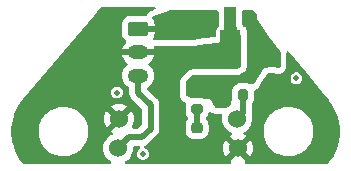
<source format=gbr>
%TF.GenerationSoftware,KiCad,Pcbnew,(6.0.11)*%
%TF.CreationDate,2023-01-29T21:23:29-06:00*%
%TF.ProjectId,Tap_Photosensor_PCB,5461705f-5068-46f7-946f-73656e736f72,rev?*%
%TF.SameCoordinates,Original*%
%TF.FileFunction,Copper,L1,Top*%
%TF.FilePolarity,Positive*%
%FSLAX46Y46*%
G04 Gerber Fmt 4.6, Leading zero omitted, Abs format (unit mm)*
G04 Created by KiCad (PCBNEW (6.0.11)) date 2023-01-29 21:23:29*
%MOMM*%
%LPD*%
G01*
G04 APERTURE LIST*
G04 Aperture macros list*
%AMRoundRect*
0 Rectangle with rounded corners*
0 $1 Rounding radius*
0 $2 $3 $4 $5 $6 $7 $8 $9 X,Y pos of 4 corners*
0 Add a 4 corners polygon primitive as box body*
4,1,4,$2,$3,$4,$5,$6,$7,$8,$9,$2,$3,0*
0 Add four circle primitives for the rounded corners*
1,1,$1+$1,$2,$3*
1,1,$1+$1,$4,$5*
1,1,$1+$1,$6,$7*
1,1,$1+$1,$8,$9*
0 Add four rect primitives between the rounded corners*
20,1,$1+$1,$2,$3,$4,$5,0*
20,1,$1+$1,$4,$5,$6,$7,0*
20,1,$1+$1,$6,$7,$8,$9,0*
20,1,$1+$1,$8,$9,$2,$3,0*%
%AMFreePoly0*
4,1,9,3.862500,-0.866500,0.737500,-0.866500,0.737500,-0.450000,-0.737500,-0.450000,-0.737500,0.450000,0.737500,0.450000,0.737500,0.866500,3.862500,0.866500,3.862500,-0.866500,3.862500,-0.866500,$1*%
G04 Aperture macros list end*
%TA.AperFunction,SMDPad,CuDef*%
%ADD10R,1.200000X0.900000*%
%TD*%
%TA.AperFunction,SMDPad,CuDef*%
%ADD11RoundRect,0.218750X0.256250X-0.218750X0.256250X0.218750X-0.256250X0.218750X-0.256250X-0.218750X0*%
%TD*%
%TA.AperFunction,ComponentPad*%
%ADD12RoundRect,0.250000X-0.625000X0.350000X-0.625000X-0.350000X0.625000X-0.350000X0.625000X0.350000X0*%
%TD*%
%TA.AperFunction,ComponentPad*%
%ADD13O,1.750000X1.200000*%
%TD*%
%TA.AperFunction,SMDPad,CuDef*%
%ADD14RoundRect,0.225000X-0.250000X0.225000X-0.250000X-0.225000X0.250000X-0.225000X0.250000X0.225000X0*%
%TD*%
%TA.AperFunction,SMDPad,CuDef*%
%ADD15R,0.900000X1.300000*%
%TD*%
%TA.AperFunction,SMDPad,CuDef*%
%ADD16FreePoly0,270.000000*%
%TD*%
%TA.AperFunction,SMDPad,CuDef*%
%ADD17C,0.500000*%
%TD*%
%TA.AperFunction,ComponentPad*%
%ADD18C,1.524000*%
%TD*%
%TA.AperFunction,SMDPad,CuDef*%
%ADD19RoundRect,0.200000X-0.275000X0.200000X-0.275000X-0.200000X0.275000X-0.200000X0.275000X0.200000X0*%
%TD*%
%TA.AperFunction,SMDPad,CuDef*%
%ADD20RoundRect,0.200000X-0.200000X-0.275000X0.200000X-0.275000X0.200000X0.275000X-0.200000X0.275000X0*%
%TD*%
%TA.AperFunction,ViaPad*%
%ADD21C,0.800000*%
%TD*%
%TA.AperFunction,Conductor*%
%ADD22C,0.500000*%
%TD*%
G04 APERTURE END LIST*
D10*
%TO.P,D1,1,K*%
%TO.N,Vin*%
X111750000Y-56600000D03*
%TO.P,D1,2,A*%
%TO.N,GND*%
X111750000Y-59900000D03*
%TD*%
D11*
%TO.P,D2,1,K*%
%TO.N,GND*%
X114186250Y-66787500D03*
%TO.P,D2,2,A*%
%TO.N,/current limit status led*%
X114186250Y-65212500D03*
%TD*%
D12*
%TO.P,J1,1,Pin_1*%
%TO.N,Vin*%
X109200000Y-56800000D03*
D13*
%TO.P,J1,2,Pin_2*%
%TO.N,GND*%
X109200000Y-58800000D03*
%TO.P,J1,3,Pin_3*%
%TO.N,SIG*%
X109200000Y-60800000D03*
%TD*%
D14*
%TO.P,C2,1*%
%TO.N,+5V*%
X120500000Y-59475000D03*
%TO.P,C2,2*%
%TO.N,GND*%
X120500000Y-61025000D03*
%TD*%
D15*
%TO.P,U1,1,OUT*%
%TO.N,+5V*%
X118500000Y-56100000D03*
D16*
%TO.P,U1,2,GND*%
%TO.N,GND*%
X117000000Y-56187500D03*
D15*
%TO.P,U1,3,IN*%
%TO.N,Vin*%
X115500000Y-56100000D03*
%TD*%
D17*
%TO.P,REF\u002A\u002A,*%
%TO.N,*%
X107400000Y-62200000D03*
%TD*%
D18*
%TO.P,U3,1,Anode*%
%TO.N,/current limit u3 led*%
X117580000Y-64420000D03*
%TO.P,U3,2,Cathode*%
%TO.N,GND*%
X117660000Y-66920000D03*
%TO.P,U3,3,Collector*%
%TO.N,SIG*%
X107500000Y-66920000D03*
%TO.P,U3,4,Emitter*%
%TO.N,GND*%
X107580000Y-64420000D03*
%TD*%
D19*
%TO.P,R3,1*%
%TO.N,+5V*%
X114186250Y-61925000D03*
%TO.P,R3,2*%
%TO.N,/current limit status led*%
X114186250Y-63575000D03*
%TD*%
D17*
%TO.P,REF\u002A\u002A,*%
%TO.N,*%
X109600000Y-67400000D03*
%TD*%
%TO.P,REF\u002A\u002A,*%
%TO.N,*%
X122600000Y-61000000D03*
%TD*%
D14*
%TO.P,C1,1*%
%TO.N,Vin*%
X113690000Y-57295000D03*
%TO.P,C1,2*%
%TO.N,GND*%
X113690000Y-58845000D03*
%TD*%
D20*
%TO.P,R5,1*%
%TO.N,+5V*%
X116425000Y-62400000D03*
%TO.P,R5,2*%
%TO.N,/current limit u3 led*%
X118075000Y-62400000D03*
%TD*%
D21*
%TO.N,GND*%
X105000000Y-57200000D03*
X111750000Y-64000000D03*
X115500000Y-64500000D03*
X115500000Y-66000000D03*
X106000000Y-61000000D03*
X119500000Y-62500000D03*
X111750000Y-61750000D03*
X105000000Y-61800000D03*
X111750000Y-66750000D03*
X107000000Y-61000000D03*
X106200000Y-62200000D03*
X115250000Y-59750000D03*
X124250000Y-62500000D03*
X105400000Y-60200000D03*
%TD*%
D22*
%TO.N,SIG*%
X109200000Y-60800000D02*
X109200000Y-62200000D01*
X110250000Y-65250000D02*
X109500000Y-66000000D01*
X109200000Y-62200000D02*
X110250000Y-63250000D01*
X108420000Y-66000000D02*
X107500000Y-66920000D01*
X109500000Y-66000000D02*
X108420000Y-66000000D01*
X110250000Y-63250000D02*
X110250000Y-65250000D01*
%TO.N,/current limit u3 led*%
X118075000Y-63925000D02*
X117580000Y-64420000D01*
X118075000Y-62400000D02*
X118075000Y-63925000D01*
%TO.N,/current limit status led*%
X114186250Y-63575000D02*
X114186250Y-65212500D01*
%TD*%
%TA.AperFunction,Conductor*%
%TO.N,Vin*%
G36*
X115942121Y-55270002D02*
G01*
X115988614Y-55323658D01*
X116000000Y-55376000D01*
X116000000Y-56576491D01*
X115979998Y-56644612D01*
X115949933Y-56677040D01*
X115901566Y-56713565D01*
X115840849Y-56811626D01*
X115819656Y-56925000D01*
X115819656Y-57401330D01*
X115799654Y-57469451D01*
X115745998Y-57515944D01*
X115705066Y-57526812D01*
X113255687Y-57749483D01*
X113244280Y-57750000D01*
X110571302Y-57750000D01*
X110503181Y-57729998D01*
X110456688Y-57676342D01*
X110446584Y-57606068D01*
X110464042Y-57557884D01*
X110512816Y-57478757D01*
X110518963Y-57465576D01*
X110570138Y-57311290D01*
X110573005Y-57297914D01*
X110582672Y-57203562D01*
X110583000Y-57197146D01*
X110583000Y-57072115D01*
X110578525Y-57056876D01*
X110577135Y-57055671D01*
X110569452Y-57054000D01*
X109072000Y-57054000D01*
X109003879Y-57033998D01*
X108957386Y-56980342D01*
X108946000Y-56928000D01*
X108946000Y-56672000D01*
X108966002Y-56603879D01*
X109019658Y-56557386D01*
X109072000Y-56546000D01*
X110564884Y-56546000D01*
X110580123Y-56541525D01*
X110581328Y-56540135D01*
X110582999Y-56532452D01*
X110582999Y-56402905D01*
X110582662Y-56396386D01*
X110572743Y-56300794D01*
X110569851Y-56287400D01*
X110518412Y-56133216D01*
X110512239Y-56120038D01*
X110426937Y-55982193D01*
X110417901Y-55970791D01*
X110412063Y-55964964D01*
X110377985Y-55902681D01*
X110382988Y-55831861D01*
X110425486Y-55774989D01*
X110477253Y-55752066D01*
X110487981Y-55750000D01*
X110500000Y-55750000D01*
X110511159Y-55745536D01*
X110511161Y-55745536D01*
X111727470Y-55259012D01*
X111774265Y-55250000D01*
X115874000Y-55250000D01*
X115942121Y-55270002D01*
G37*
%TD.AperFunction*%
%TD*%
%TA.AperFunction,Conductor*%
%TO.N,+5V*%
G36*
X119015931Y-55270002D02*
G01*
X119036905Y-55286905D01*
X119213095Y-55463095D01*
X119247121Y-55525407D01*
X119250000Y-55552190D01*
X119250000Y-56000000D01*
X119260347Y-56015521D01*
X119260348Y-56015523D01*
X120248486Y-57497729D01*
X120250000Y-57500000D01*
X120251701Y-57502126D01*
X120251703Y-57502129D01*
X121222389Y-58715486D01*
X121249325Y-58781175D01*
X121250000Y-58794198D01*
X121250000Y-59947810D01*
X121229998Y-60015931D01*
X121213095Y-60036905D01*
X121153699Y-60096301D01*
X121091387Y-60130327D01*
X121024937Y-60126799D01*
X120980273Y-60111985D01*
X120898124Y-60084737D01*
X120891288Y-60084037D01*
X120891285Y-60084036D01*
X120841203Y-60078905D01*
X120798207Y-60074500D01*
X120502300Y-60074500D01*
X120201794Y-60074501D01*
X120198550Y-60074838D01*
X120198542Y-60074838D01*
X120154120Y-60079447D01*
X120100628Y-60084997D01*
X119940148Y-60138537D01*
X119796289Y-60227560D01*
X119791116Y-60232742D01*
X119789289Y-60234190D01*
X119758764Y-60250000D01*
X119750000Y-60250000D01*
X119742525Y-60262459D01*
X119721964Y-60296727D01*
X119703093Y-60320919D01*
X119676769Y-60347289D01*
X119587997Y-60491303D01*
X119585693Y-60498250D01*
X119571091Y-60542272D01*
X119559542Y-60567429D01*
X119036704Y-61438826D01*
X118984505Y-61486949D01*
X118928660Y-61500000D01*
X118630440Y-61500000D01*
X118578591Y-61488838D01*
X118571880Y-61485808D01*
X118565383Y-61481873D01*
X118403594Y-61431171D01*
X118330993Y-61424500D01*
X118328095Y-61424500D01*
X118074336Y-61424501D01*
X117819008Y-61424501D01*
X117816150Y-61424764D01*
X117816141Y-61424764D01*
X117780757Y-61428015D01*
X117746406Y-61431171D01*
X117740028Y-61433170D01*
X117740027Y-61433170D01*
X117591866Y-61479601D01*
X117591864Y-61479602D01*
X117584617Y-61481873D01*
X117439592Y-61569703D01*
X117319703Y-61689592D01*
X117231873Y-61834617D01*
X117181171Y-61996406D01*
X117174500Y-62069007D01*
X117174500Y-62071905D01*
X117174501Y-62718058D01*
X117171368Y-62745982D01*
X117065172Y-63213245D01*
X117030570Y-63275239D01*
X116995555Y-63299516D01*
X116951320Y-63320143D01*
X116951317Y-63320145D01*
X116946339Y-63322466D01*
X116765380Y-63449174D01*
X116751459Y-63463095D01*
X116689147Y-63497121D01*
X116662364Y-63500000D01*
X115817433Y-63500000D01*
X115749312Y-63479998D01*
X115712595Y-63443892D01*
X115260049Y-62765074D01*
X115250000Y-62750000D01*
X114816690Y-62750000D01*
X114764841Y-62738838D01*
X114758132Y-62735809D01*
X114751633Y-62731873D01*
X114589844Y-62681171D01*
X114517243Y-62674500D01*
X114514345Y-62674500D01*
X114185392Y-62674501D01*
X113855258Y-62674501D01*
X113852400Y-62674764D01*
X113852391Y-62674764D01*
X113804445Y-62679169D01*
X113782656Y-62681171D01*
X113776278Y-62683170D01*
X113776277Y-62683170D01*
X113726496Y-62698770D01*
X113655511Y-62700054D01*
X113632468Y-62691234D01*
X113319650Y-62534825D01*
X113267667Y-62486471D01*
X113250000Y-62422128D01*
X113250000Y-61302190D01*
X113270002Y-61234069D01*
X113286905Y-61213095D01*
X113713095Y-60786905D01*
X113775407Y-60752879D01*
X113802190Y-60750000D01*
X117750000Y-60750000D01*
X117931348Y-60568652D01*
X117984944Y-60536851D01*
X118018222Y-60527080D01*
X118067907Y-60512492D01*
X118067909Y-60512491D01*
X118076553Y-60509953D01*
X118084131Y-60505083D01*
X118084133Y-60505082D01*
X118190048Y-60437015D01*
X118190051Y-60437013D01*
X118197628Y-60432143D01*
X118203529Y-60425333D01*
X118285974Y-60330186D01*
X118285975Y-60330184D01*
X118291877Y-60323373D01*
X118335995Y-60226769D01*
X118347922Y-60200654D01*
X118347923Y-60200651D01*
X118351665Y-60192457D01*
X118358863Y-60142393D01*
X118371508Y-60054447D01*
X118371508Y-60054442D01*
X118372147Y-60050000D01*
X118372147Y-56925000D01*
X118367000Y-56853039D01*
X118326453Y-56714947D01*
X118321582Y-56707367D01*
X118253515Y-56601452D01*
X118253513Y-56601449D01*
X118248643Y-56593872D01*
X118241833Y-56587971D01*
X118146686Y-56505526D01*
X118146684Y-56505525D01*
X118139873Y-56499623D01*
X118076441Y-56470654D01*
X118029304Y-56449127D01*
X117975649Y-56402634D01*
X117955647Y-56334514D01*
X117955647Y-55450000D01*
X117950997Y-55384989D01*
X117966088Y-55315615D01*
X118016290Y-55265413D01*
X118076676Y-55250000D01*
X118947810Y-55250000D01*
X119015931Y-55270002D01*
G37*
%TD.AperFunction*%
%TD*%
%TA.AperFunction,Conductor*%
%TO.N,GND*%
G36*
X110614006Y-54945502D02*
G01*
X110660499Y-54999158D01*
X110670603Y-55069432D01*
X110641109Y-55134012D01*
X110592680Y-55168488D01*
X110353993Y-55263962D01*
X110344862Y-55267213D01*
X110316332Y-55276150D01*
X110272581Y-55289854D01*
X110220814Y-55312777D01*
X110122205Y-55370575D01*
X110116502Y-55376288D01*
X110116499Y-55376290D01*
X110076293Y-55416565D01*
X110020553Y-55472400D01*
X110017868Y-55475994D01*
X110017863Y-55475999D01*
X109980748Y-55525668D01*
X109978055Y-55529272D01*
X109975903Y-55533222D01*
X109975900Y-55533226D01*
X109921102Y-55633789D01*
X109870943Y-55684035D01*
X109810462Y-55699500D01*
X108525134Y-55699500D01*
X108521888Y-55699837D01*
X108521884Y-55699837D01*
X108427339Y-55709647D01*
X108427335Y-55709648D01*
X108420481Y-55710359D01*
X108413945Y-55712540D01*
X108413943Y-55712540D01*
X108274860Y-55758942D01*
X108254471Y-55765744D01*
X108105655Y-55857834D01*
X107982016Y-55981689D01*
X107890186Y-56130666D01*
X107835090Y-56296772D01*
X107824500Y-56400134D01*
X107824500Y-57199866D01*
X107835359Y-57304519D01*
X107837540Y-57311055D01*
X107837540Y-57311057D01*
X107869141Y-57405776D01*
X107890744Y-57470529D01*
X107982834Y-57619345D01*
X108106689Y-57742984D01*
X108112921Y-57746825D01*
X108112923Y-57746827D01*
X108160392Y-57776087D01*
X108207886Y-57828858D01*
X108219310Y-57898930D01*
X108191037Y-57964054D01*
X108172112Y-57982431D01*
X108162147Y-57990259D01*
X108153494Y-57998499D01*
X108022788Y-58149123D01*
X108015853Y-58158847D01*
X107915990Y-58331467D01*
X107911016Y-58342331D01*
X107845593Y-58530727D01*
X107845352Y-58531716D01*
X107846820Y-58542008D01*
X107860385Y-58546000D01*
X110535402Y-58546000D01*
X110548933Y-58542027D01*
X110550288Y-58532601D01*
X110528806Y-58443463D01*
X110522965Y-58426500D01*
X110524500Y-58425972D01*
X110515605Y-58363357D01*
X110545208Y-58298826D01*
X110604999Y-58260544D01*
X110640292Y-58255500D01*
X113244280Y-58255500D01*
X113267167Y-58254982D01*
X113267811Y-58254953D01*
X113267835Y-58254952D01*
X113277846Y-58254498D01*
X113278574Y-58254465D01*
X113301453Y-58252907D01*
X113302100Y-58252848D01*
X113302115Y-58252847D01*
X113339320Y-58249464D01*
X113378376Y-58245914D01*
X113391793Y-58245649D01*
X113391793Y-58245500D01*
X113988206Y-58245499D01*
X113991450Y-58245162D01*
X113991458Y-58245162D01*
X114035880Y-58240553D01*
X114089372Y-58235003D01*
X114249852Y-58181463D01*
X114256075Y-58177612D01*
X114262704Y-58174507D01*
X114263471Y-58176144D01*
X114307447Y-58161453D01*
X115750832Y-58030236D01*
X115789956Y-58023315D01*
X115832173Y-58015847D01*
X115832182Y-58015845D01*
X115834788Y-58015384D01*
X115864960Y-58007373D01*
X115873145Y-58005200D01*
X115873152Y-58005198D01*
X115875720Y-58004516D01*
X115878220Y-58003621D01*
X115878228Y-58003618D01*
X115937374Y-57982431D01*
X115955989Y-57975763D01*
X116077029Y-57897976D01*
X116130685Y-57851483D01*
X116150290Y-57828858D01*
X116219006Y-57749556D01*
X116219008Y-57749553D01*
X116224908Y-57742744D01*
X116284678Y-57611866D01*
X116304680Y-57543745D01*
X116325156Y-57401330D01*
X116325156Y-57126026D01*
X116345158Y-57057905D01*
X116350330Y-57050461D01*
X116388141Y-57000010D01*
X116388143Y-57000006D01*
X116393526Y-56992824D01*
X116443851Y-56858580D01*
X116444704Y-56850729D01*
X116444706Y-56850721D01*
X116445247Y-56845741D01*
X116455894Y-56807016D01*
X116463151Y-56791125D01*
X116463153Y-56791120D01*
X116465022Y-56787027D01*
X116485024Y-56718906D01*
X116487544Y-56701381D01*
X116504861Y-56580937D01*
X116504861Y-56580934D01*
X116505500Y-56576491D01*
X116505500Y-55376000D01*
X116493948Y-55268551D01*
X116482562Y-55216209D01*
X116448433Y-55113667D01*
X116444170Y-55107033D01*
X116443618Y-55105880D01*
X116432261Y-55035797D01*
X116460597Y-54970700D01*
X116519628Y-54931257D01*
X116557279Y-54925500D01*
X117396093Y-54925500D01*
X117464214Y-54945502D01*
X117510707Y-54999158D01*
X117520811Y-55069432D01*
X117514149Y-55095531D01*
X117499797Y-55134012D01*
X117472140Y-55208166D01*
X117471185Y-55212556D01*
X117471183Y-55212563D01*
X117471088Y-55213001D01*
X117457049Y-55277540D01*
X117446785Y-55421053D01*
X117447106Y-55425541D01*
X117449826Y-55463569D01*
X117450147Y-55472558D01*
X117450147Y-56334514D01*
X117470624Y-56476931D01*
X117490626Y-56545051D01*
X117492494Y-56549142D01*
X117492495Y-56549144D01*
X117538115Y-56649040D01*
X117549501Y-56701381D01*
X117549501Y-56797376D01*
X117556149Y-56858580D01*
X117606474Y-56992824D01*
X117611854Y-57000003D01*
X117611856Y-57000006D01*
X117655250Y-57057905D01*
X117692454Y-57107546D01*
X117699635Y-57112928D01*
X117799989Y-57188140D01*
X117799991Y-57188141D01*
X117802087Y-57189712D01*
X117807176Y-57193526D01*
X117806625Y-57194261D01*
X117851301Y-57239036D01*
X117866647Y-57299299D01*
X117866647Y-59958755D01*
X117846645Y-60026876D01*
X117790936Y-60074284D01*
X117730603Y-60100546D01*
X117730591Y-60100552D01*
X117726996Y-60102117D01*
X117673400Y-60133918D01*
X117573906Y-60211210D01*
X117572016Y-60213100D01*
X117507957Y-60243052D01*
X117488908Y-60244500D01*
X113802190Y-60244500D01*
X113778196Y-60245786D01*
X113749855Y-60247304D01*
X113749843Y-60247305D01*
X113748163Y-60247395D01*
X113721380Y-60250274D01*
X113719691Y-60250548D01*
X113719689Y-60250548D01*
X113674056Y-60257943D01*
X113674053Y-60257944D01*
X113667949Y-60258933D01*
X113662154Y-60261094D01*
X113662152Y-60261095D01*
X113630205Y-60273011D01*
X113533141Y-60309215D01*
X113529197Y-60311369D01*
X113529194Y-60311370D01*
X113491863Y-60331755D01*
X113470829Y-60343241D01*
X113467227Y-60345938D01*
X113467220Y-60345942D01*
X113359266Y-60426758D01*
X113355653Y-60429463D01*
X112929463Y-60855653D01*
X112893312Y-60895897D01*
X112876409Y-60916871D01*
X112844748Y-60960776D01*
X112784978Y-61091654D01*
X112764976Y-61159775D01*
X112744500Y-61302190D01*
X112744500Y-62422128D01*
X112762541Y-62555972D01*
X112763660Y-62560046D01*
X112763660Y-62560048D01*
X112775167Y-62601955D01*
X112780208Y-62620315D01*
X112833047Y-62744609D01*
X112923378Y-62856599D01*
X112975361Y-62904953D01*
X112979060Y-62907519D01*
X112979064Y-62907522D01*
X112985043Y-62911669D01*
X113093584Y-62986958D01*
X113097601Y-62988967D01*
X113097612Y-62988973D01*
X113174964Y-63027648D01*
X113226948Y-63076003D01*
X113244538Y-63144786D01*
X113238850Y-63178025D01*
X113231170Y-63202534D01*
X113217421Y-63246406D01*
X113210750Y-63319007D01*
X113210751Y-63830992D01*
X113211014Y-63833850D01*
X113211014Y-63833859D01*
X113211804Y-63842456D01*
X113217421Y-63903594D01*
X113219420Y-63909972D01*
X113219420Y-63909973D01*
X113265129Y-64055828D01*
X113268123Y-64065383D01*
X113355953Y-64210408D01*
X113398845Y-64253300D01*
X113432871Y-64315612D01*
X113435750Y-64342395D01*
X113435750Y-64418640D01*
X113415748Y-64486761D01*
X113398923Y-64507658D01*
X113361707Y-64544939D01*
X113273701Y-64687713D01*
X113220900Y-64846902D01*
X113220200Y-64853735D01*
X113220199Y-64853739D01*
X113217009Y-64884877D01*
X113210750Y-64945965D01*
X113210751Y-65479034D01*
X113221157Y-65579335D01*
X113223336Y-65585866D01*
X113223337Y-65585871D01*
X113252049Y-65671930D01*
X113274236Y-65738432D01*
X113362492Y-65881052D01*
X113481189Y-65999543D01*
X113623963Y-66087549D01*
X113783152Y-66140350D01*
X113789985Y-66141050D01*
X113789989Y-66141051D01*
X113842596Y-66146441D01*
X113882215Y-66150500D01*
X114183905Y-66150500D01*
X114490284Y-66150499D01*
X114590585Y-66140093D01*
X114597116Y-66137914D01*
X114597121Y-66137913D01*
X114742734Y-66089332D01*
X114749682Y-66087014D01*
X114892302Y-65998758D01*
X115010793Y-65880061D01*
X115029812Y-65849207D01*
X115055853Y-65806959D01*
X115098799Y-65737287D01*
X115115972Y-65685514D01*
X115149436Y-65584622D01*
X115151600Y-65578098D01*
X115155372Y-65541290D01*
X115159602Y-65500000D01*
X115161750Y-65479035D01*
X115161749Y-64945966D01*
X115151343Y-64845665D01*
X115149164Y-64839134D01*
X115149163Y-64839129D01*
X115100582Y-64693516D01*
X115098264Y-64686568D01*
X115010008Y-64543948D01*
X114973732Y-64507735D01*
X114939653Y-64445452D01*
X114936750Y-64418562D01*
X114936750Y-64342395D01*
X114956752Y-64274274D01*
X114973655Y-64253300D01*
X115016547Y-64210408D01*
X115104377Y-64065383D01*
X115107372Y-64055828D01*
X115146251Y-63931763D01*
X115155079Y-63903594D01*
X115155956Y-63894047D01*
X115156588Y-63892451D01*
X115157003Y-63890381D01*
X115157379Y-63890456D01*
X115182105Y-63828045D01*
X115239789Y-63786655D01*
X115310692Y-63783022D01*
X115369772Y-63815736D01*
X115388202Y-63833859D01*
X115394881Y-63840427D01*
X115476019Y-63905252D01*
X115606897Y-63965022D01*
X115675018Y-63985024D01*
X115679458Y-63985662D01*
X115679461Y-63985663D01*
X115812987Y-64004861D01*
X115812990Y-64004861D01*
X115817433Y-64005500D01*
X116219821Y-64005500D01*
X116287942Y-64025502D01*
X116334435Y-64079158D01*
X116344539Y-64149432D01*
X116341528Y-64164111D01*
X116331930Y-64199932D01*
X116312677Y-64420000D01*
X116331930Y-64640068D01*
X116389106Y-64853450D01*
X116391428Y-64858431D01*
X116391429Y-64858432D01*
X116433747Y-64949182D01*
X116482466Y-65053661D01*
X116609174Y-65234620D01*
X116765380Y-65390826D01*
X116769888Y-65393983D01*
X116769891Y-65393985D01*
X116929710Y-65505891D01*
X116946338Y-65517534D01*
X116951323Y-65519859D01*
X116951329Y-65519862D01*
X117059538Y-65570320D01*
X117112824Y-65617237D01*
X117132285Y-65685514D01*
X117111743Y-65753474D01*
X117059540Y-65798709D01*
X117027564Y-65813620D01*
X117018068Y-65819103D01*
X116974235Y-65849794D01*
X116965860Y-65860271D01*
X116972928Y-65873718D01*
X117647188Y-66547978D01*
X117661132Y-66555592D01*
X117662965Y-66555461D01*
X117669580Y-66551210D01*
X118347793Y-65872997D01*
X118354223Y-65861223D01*
X118344926Y-65849207D01*
X118301931Y-65819102D01*
X118292445Y-65813624D01*
X118180462Y-65761406D01*
X118127177Y-65714489D01*
X118107716Y-65646212D01*
X118111951Y-65632200D01*
X119828747Y-65632200D01*
X119829306Y-65636444D01*
X119829306Y-65636448D01*
X119835766Y-65685514D01*
X119866129Y-65916149D01*
X119941702Y-66192398D01*
X119943386Y-66196346D01*
X120035769Y-66412933D01*
X120054068Y-66455835D01*
X120201146Y-66701585D01*
X120203830Y-66704936D01*
X120203832Y-66704938D01*
X120283064Y-66803836D01*
X120380215Y-66925100D01*
X120519493Y-67057270D01*
X120581022Y-67115659D01*
X120587962Y-67122245D01*
X120820543Y-67289371D01*
X121073653Y-67423386D01*
X121342610Y-67521810D01*
X121622436Y-67582822D01*
X121661901Y-67585928D01*
X121844597Y-67600307D01*
X121844604Y-67600307D01*
X121847053Y-67600500D01*
X122001992Y-67600500D01*
X122004128Y-67600354D01*
X122004139Y-67600354D01*
X122211460Y-67586220D01*
X122211466Y-67586219D01*
X122215737Y-67585928D01*
X122219932Y-67585059D01*
X122219934Y-67585059D01*
X122456932Y-67535979D01*
X122496186Y-67527850D01*
X122766158Y-67432248D01*
X123020658Y-67300891D01*
X123024159Y-67298430D01*
X123024163Y-67298428D01*
X123251471Y-67138673D01*
X123251477Y-67138668D01*
X123254976Y-67136209D01*
X123445663Y-66959012D01*
X123461633Y-66944172D01*
X123461636Y-66944169D01*
X123464776Y-66941251D01*
X123471684Y-66932812D01*
X123607494Y-66766884D01*
X123646177Y-66719623D01*
X123795820Y-66475427D01*
X123802802Y-66459522D01*
X123909214Y-66217110D01*
X123909215Y-66217106D01*
X123910938Y-66213182D01*
X123989400Y-65937739D01*
X124027612Y-65669245D01*
X124029149Y-65658448D01*
X124029149Y-65658446D01*
X124029754Y-65654196D01*
X124030991Y-65417816D01*
X124031231Y-65372086D01*
X124031231Y-65372080D01*
X124031253Y-65367800D01*
X124027798Y-65341552D01*
X124005982Y-65175842D01*
X123993871Y-65083851D01*
X123918298Y-64807602D01*
X123849105Y-64645381D01*
X123807618Y-64548117D01*
X123807616Y-64548113D01*
X123805932Y-64544165D01*
X123658854Y-64298415D01*
X123639514Y-64274274D01*
X123506452Y-64108186D01*
X123479785Y-64074900D01*
X123292254Y-63896939D01*
X123275147Y-63880705D01*
X123275144Y-63880703D01*
X123272038Y-63877755D01*
X123039457Y-63710629D01*
X122786347Y-63576614D01*
X122517390Y-63478190D01*
X122237564Y-63417178D01*
X122194389Y-63413780D01*
X122015403Y-63399693D01*
X122015396Y-63399693D01*
X122012947Y-63399500D01*
X121858008Y-63399500D01*
X121855872Y-63399646D01*
X121855861Y-63399646D01*
X121648540Y-63413780D01*
X121648534Y-63413781D01*
X121644263Y-63414072D01*
X121640068Y-63414941D01*
X121640066Y-63414941D01*
X121504048Y-63443109D01*
X121363814Y-63472150D01*
X121093842Y-63567752D01*
X120839342Y-63699109D01*
X120835841Y-63701570D01*
X120835837Y-63701572D01*
X120608529Y-63861327D01*
X120608523Y-63861332D01*
X120605024Y-63863791D01*
X120565613Y-63900414D01*
X120450532Y-64007354D01*
X120395224Y-64058749D01*
X120392510Y-64062065D01*
X120392507Y-64062068D01*
X120308986Y-64164111D01*
X120213823Y-64280377D01*
X120064180Y-64524573D01*
X120062453Y-64528507D01*
X120062452Y-64528509D01*
X120010574Y-64646691D01*
X119949062Y-64786818D01*
X119870600Y-65062261D01*
X119845458Y-65238922D01*
X119831387Y-65337790D01*
X119830246Y-65345804D01*
X119829550Y-65478777D01*
X119828859Y-65610894D01*
X119828747Y-65632200D01*
X118111951Y-65632200D01*
X118128258Y-65578252D01*
X118180460Y-65533017D01*
X118198588Y-65524563D01*
X118213662Y-65517534D01*
X118230290Y-65505891D01*
X118390109Y-65393985D01*
X118390112Y-65393983D01*
X118394620Y-65390826D01*
X118550826Y-65234620D01*
X118677534Y-65053661D01*
X118726254Y-64949182D01*
X118768571Y-64858432D01*
X118768572Y-64858431D01*
X118770894Y-64853450D01*
X118828070Y-64640068D01*
X118847323Y-64420000D01*
X118828070Y-64199932D01*
X118811508Y-64138121D01*
X118810826Y-64075563D01*
X118817576Y-64047978D01*
X118824815Y-64018394D01*
X118825500Y-64007352D01*
X118825532Y-64007354D01*
X118825779Y-64003241D01*
X118826128Y-63999334D01*
X118827618Y-63992169D01*
X118825546Y-63915600D01*
X118825500Y-63912192D01*
X118825500Y-63153508D01*
X118843724Y-63088237D01*
X118918127Y-62965383D01*
X118968829Y-62803594D01*
X118975500Y-62730993D01*
X118975499Y-62108124D01*
X118995501Y-62040003D01*
X119049157Y-61993510D01*
X119072823Y-61985430D01*
X119099541Y-61979186D01*
X119187199Y-61947745D01*
X119200908Y-61942828D01*
X119200909Y-61942827D01*
X119208555Y-61940085D01*
X119222486Y-61930514D01*
X119323434Y-61861155D01*
X119323437Y-61861153D01*
X119327142Y-61858607D01*
X119362768Y-61825763D01*
X119376031Y-61813536D01*
X119376034Y-61813533D01*
X119379341Y-61810484D01*
X119415770Y-61765731D01*
X119467328Y-61702392D01*
X119467329Y-61702390D01*
X119470167Y-61698904D01*
X119893215Y-60993823D01*
X122094391Y-60993823D01*
X122095555Y-61002725D01*
X122095555Y-61002728D01*
X122096814Y-61012354D01*
X122112980Y-61135979D01*
X122170720Y-61267203D01*
X122176497Y-61274076D01*
X122176498Y-61274077D01*
X122257190Y-61370072D01*
X122262970Y-61376948D01*
X122270447Y-61381925D01*
X122367459Y-61446502D01*
X122382313Y-61456390D01*
X122519157Y-61499142D01*
X122528129Y-61499306D01*
X122528132Y-61499307D01*
X122593463Y-61500504D01*
X122662499Y-61501770D01*
X122671533Y-61499307D01*
X122792158Y-61466421D01*
X122792160Y-61466420D01*
X122800817Y-61464060D01*
X122922991Y-61389045D01*
X123019200Y-61282754D01*
X123081710Y-61153733D01*
X123105496Y-61012354D01*
X123105647Y-61000000D01*
X123090928Y-60897221D01*
X123086596Y-60866968D01*
X123086595Y-60866965D01*
X123085323Y-60858082D01*
X123071422Y-60827507D01*
X123066179Y-60815977D01*
X123025984Y-60727572D01*
X123000728Y-60698261D01*
X122938260Y-60625763D01*
X122938257Y-60625760D01*
X122932400Y-60618963D01*
X122812095Y-60540985D01*
X122674739Y-60499907D01*
X122665763Y-60499852D01*
X122665762Y-60499852D01*
X122605555Y-60499484D01*
X122531376Y-60499031D01*
X122393529Y-60538428D01*
X122272280Y-60614930D01*
X122266338Y-60621658D01*
X122266337Y-60621659D01*
X122235923Y-60656097D01*
X122177377Y-60722388D01*
X122116447Y-60852163D01*
X122115066Y-60861035D01*
X122098660Y-60966406D01*
X122094391Y-60993823D01*
X119893215Y-60993823D01*
X119993005Y-60827507D01*
X120018945Y-60778330D01*
X120030494Y-60753173D01*
X120044279Y-60718186D01*
X120054247Y-60698261D01*
X120074362Y-60665627D01*
X120115320Y-60624597D01*
X120143540Y-60607134D01*
X120169964Y-60594756D01*
X120194775Y-60586478D01*
X120234653Y-60580001D01*
X120492164Y-60580001D01*
X120765263Y-60580000D01*
X120804930Y-60586407D01*
X120861795Y-60605268D01*
X120865796Y-60606595D01*
X120869934Y-60607377D01*
X120869940Y-60607378D01*
X120993988Y-60630805D01*
X120993993Y-60630806D01*
X120998136Y-60631588D01*
X121002341Y-60631811D01*
X121002347Y-60631812D01*
X121060384Y-60634893D01*
X121060385Y-60634893D01*
X121064586Y-60635116D01*
X121198845Y-60624273D01*
X121333653Y-60573991D01*
X121337597Y-60571837D01*
X121337600Y-60571836D01*
X121392013Y-60542123D01*
X121395965Y-60539965D01*
X121399567Y-60537268D01*
X121399574Y-60537264D01*
X121507528Y-60456448D01*
X121507530Y-60456446D01*
X121511141Y-60453743D01*
X121570537Y-60394347D01*
X121606688Y-60354103D01*
X121623591Y-60333129D01*
X121655252Y-60289224D01*
X121715022Y-60158346D01*
X121735024Y-60090225D01*
X121736131Y-60082526D01*
X121754861Y-59952256D01*
X121754861Y-59952253D01*
X121755500Y-59947810D01*
X121755500Y-58830298D01*
X121775502Y-58762177D01*
X121829158Y-58715684D01*
X121899432Y-58705580D01*
X121964012Y-58735074D01*
X121978880Y-58750341D01*
X123414706Y-60499031D01*
X125094173Y-62544451D01*
X125094304Y-62544611D01*
X125101348Y-62554059D01*
X125120264Y-62582074D01*
X125120268Y-62582078D01*
X125125290Y-62589516D01*
X125140292Y-62601958D01*
X125156093Y-62617613D01*
X125360630Y-62859659D01*
X125387505Y-62891462D01*
X125394680Y-62900806D01*
X125476582Y-63018477D01*
X125616358Y-63219296D01*
X125622629Y-63229270D01*
X125670314Y-63313624D01*
X125810080Y-63560867D01*
X125813588Y-63567073D01*
X125818898Y-63577585D01*
X125968711Y-63912192D01*
X125977473Y-63931763D01*
X125981776Y-63942722D01*
X126106569Y-64310148D01*
X126109832Y-64321465D01*
X126198464Y-64693516D01*
X126199758Y-64698948D01*
X126201950Y-64710524D01*
X126256224Y-65094766D01*
X126257324Y-65106498D01*
X126275467Y-65494109D01*
X126275467Y-65505891D01*
X126257324Y-65893502D01*
X126256224Y-65905234D01*
X126201950Y-66289476D01*
X126199759Y-66301049D01*
X126110524Y-66675631D01*
X126109833Y-66678530D01*
X126106570Y-66689847D01*
X125994790Y-67018963D01*
X125981779Y-67057270D01*
X125977476Y-67068229D01*
X125825579Y-67407493D01*
X125818901Y-67422409D01*
X125813591Y-67432921D01*
X125740662Y-67561932D01*
X125622629Y-67770730D01*
X125616358Y-67780704D01*
X125394681Y-68099192D01*
X125387505Y-68108538D01*
X125306138Y-68204826D01*
X125246892Y-68243947D01*
X125209898Y-68249500D01*
X118375074Y-68249500D01*
X118306953Y-68229498D01*
X118260460Y-68175842D01*
X118250356Y-68105568D01*
X118279850Y-68040988D01*
X118302804Y-68020286D01*
X118345766Y-67990204D01*
X118354139Y-67979729D01*
X118347071Y-67966281D01*
X117672812Y-67292022D01*
X117658868Y-67284408D01*
X117657035Y-67284539D01*
X117650420Y-67288790D01*
X116972207Y-67967003D01*
X116965777Y-67978777D01*
X116975072Y-67990791D01*
X117017196Y-68020286D01*
X117061525Y-68075743D01*
X117068834Y-68146362D01*
X117036804Y-68209723D01*
X116975603Y-68245708D01*
X116944926Y-68249500D01*
X108201165Y-68249500D01*
X108133044Y-68229498D01*
X108086551Y-68175842D01*
X108076447Y-68105568D01*
X108105941Y-68040988D01*
X108133913Y-68017892D01*
X108133662Y-68017534D01*
X108310109Y-67893985D01*
X108310112Y-67893983D01*
X108314620Y-67890826D01*
X108470826Y-67734620D01*
X108597534Y-67553661D01*
X108601629Y-67544881D01*
X108688571Y-67358432D01*
X108688572Y-67358431D01*
X108690894Y-67353450D01*
X108748070Y-67140068D01*
X108767323Y-66920000D01*
X108764478Y-66887481D01*
X108778467Y-66817877D01*
X108827867Y-66766884D01*
X108889999Y-66750500D01*
X109255553Y-66750500D01*
X109323674Y-66770502D01*
X109370167Y-66824158D01*
X109380271Y-66894432D01*
X109350777Y-66959012D01*
X109322788Y-66983062D01*
X109272280Y-67014930D01*
X109177377Y-67122388D01*
X109116447Y-67252163D01*
X109115066Y-67261035D01*
X109101504Y-67348140D01*
X109094391Y-67393823D01*
X109095555Y-67402725D01*
X109095555Y-67402728D01*
X109099504Y-67432927D01*
X109112980Y-67535979D01*
X109170720Y-67667203D01*
X109176497Y-67674076D01*
X109176498Y-67674077D01*
X109183792Y-67682754D01*
X109262970Y-67776948D01*
X109382313Y-67856390D01*
X109519157Y-67899142D01*
X109528129Y-67899306D01*
X109528132Y-67899307D01*
X109593463Y-67900504D01*
X109662499Y-67901770D01*
X109671533Y-67899307D01*
X109792158Y-67866421D01*
X109792160Y-67866420D01*
X109800817Y-67864060D01*
X109922991Y-67789045D01*
X110019200Y-67682754D01*
X110081710Y-67553733D01*
X110105496Y-67412354D01*
X110105647Y-67400000D01*
X110090184Y-67292022D01*
X110086596Y-67266968D01*
X110086595Y-67266965D01*
X110085323Y-67258082D01*
X110025984Y-67127572D01*
X110007598Y-67106234D01*
X109938260Y-67025763D01*
X109938257Y-67025760D01*
X109932400Y-67018963D01*
X109812095Y-66940985D01*
X109793323Y-66935371D01*
X109778092Y-66925475D01*
X116385628Y-66925475D01*
X116404038Y-67135896D01*
X116405941Y-67146691D01*
X116460609Y-67350715D01*
X116464355Y-67361007D01*
X116553623Y-67552441D01*
X116559103Y-67561932D01*
X116589794Y-67605765D01*
X116600271Y-67614140D01*
X116613718Y-67607072D01*
X117287978Y-66932812D01*
X117294356Y-66921132D01*
X118024408Y-66921132D01*
X118024539Y-66922965D01*
X118028790Y-66929580D01*
X118707003Y-67607793D01*
X118718777Y-67614223D01*
X118730793Y-67604926D01*
X118760897Y-67561932D01*
X118766377Y-67552441D01*
X118855645Y-67361007D01*
X118859391Y-67350715D01*
X118914059Y-67146691D01*
X118915962Y-67135896D01*
X118934372Y-66925475D01*
X118934372Y-66914525D01*
X118915962Y-66704104D01*
X118914059Y-66693309D01*
X118859391Y-66489285D01*
X118855645Y-66478993D01*
X118766377Y-66287559D01*
X118760897Y-66278068D01*
X118730206Y-66234235D01*
X118719729Y-66225860D01*
X118706282Y-66232928D01*
X118032022Y-66907188D01*
X118024408Y-66921132D01*
X117294356Y-66921132D01*
X117295592Y-66918868D01*
X117295461Y-66917035D01*
X117291210Y-66910420D01*
X116612997Y-66232207D01*
X116601223Y-66225777D01*
X116589207Y-66235074D01*
X116559103Y-66278068D01*
X116553623Y-66287559D01*
X116464355Y-66478993D01*
X116460609Y-66489285D01*
X116405941Y-66693309D01*
X116404038Y-66704104D01*
X116385628Y-66914525D01*
X116385628Y-66925475D01*
X109778092Y-66925475D01*
X109733789Y-66896690D01*
X109704619Y-66831962D01*
X109715074Y-66761740D01*
X109761835Y-66708317D01*
X109790592Y-66694787D01*
X109795154Y-66693309D01*
X109814546Y-66687027D01*
X109820801Y-66683231D01*
X109826179Y-66680769D01*
X109831455Y-66678127D01*
X109838331Y-66675631D01*
X109898709Y-66636046D01*
X109902419Y-66633705D01*
X109959361Y-66599152D01*
X109959368Y-66599147D01*
X109964160Y-66596239D01*
X109972452Y-66588915D01*
X109972474Y-66588940D01*
X109975569Y-66586194D01*
X109978563Y-66583691D01*
X109984685Y-66579677D01*
X110037384Y-66524047D01*
X110039761Y-66521606D01*
X110733689Y-65827678D01*
X110748102Y-65815291D01*
X110759425Y-65806959D01*
X110759429Y-65806955D01*
X110765324Y-65802617D01*
X110799151Y-65762800D01*
X110806071Y-65755296D01*
X110811670Y-65749697D01*
X110829114Y-65727649D01*
X110831883Y-65724273D01*
X110873892Y-65674825D01*
X110873894Y-65674822D01*
X110878632Y-65669245D01*
X110881960Y-65662726D01*
X110885235Y-65657816D01*
X110888336Y-65652796D01*
X110892881Y-65647051D01*
X110923447Y-65581651D01*
X110925375Y-65577705D01*
X110928044Y-65572479D01*
X110958219Y-65513384D01*
X110959958Y-65506275D01*
X110962017Y-65500740D01*
X110963883Y-65495132D01*
X110966979Y-65488507D01*
X110968950Y-65479034D01*
X110981683Y-65417816D01*
X110982654Y-65413527D01*
X110994487Y-65365168D01*
X110999815Y-65343394D01*
X111000500Y-65332352D01*
X111000531Y-65332354D01*
X111000780Y-65328230D01*
X111001128Y-65324328D01*
X111002617Y-65317170D01*
X111000786Y-65249500D01*
X111000546Y-65240611D01*
X111000500Y-65237204D01*
X111000500Y-63316454D01*
X111001933Y-63297504D01*
X111004048Y-63283604D01*
X111004048Y-63283600D01*
X111005148Y-63276370D01*
X111000915Y-63224325D01*
X111000500Y-63214111D01*
X111000500Y-63206178D01*
X110997246Y-63178264D01*
X110996813Y-63173889D01*
X110992040Y-63115205D01*
X110990961Y-63101941D01*
X110988706Y-63094979D01*
X110987548Y-63089184D01*
X110986191Y-63083442D01*
X110985343Y-63076172D01*
X110960694Y-63008264D01*
X110959277Y-63004136D01*
X110939283Y-62942417D01*
X110939282Y-62942415D01*
X110937027Y-62935454D01*
X110933232Y-62929200D01*
X110930769Y-62923821D01*
X110928127Y-62918545D01*
X110925631Y-62911669D01*
X110886046Y-62851291D01*
X110883705Y-62847581D01*
X110849152Y-62790639D01*
X110849147Y-62790632D01*
X110846239Y-62785840D01*
X110838915Y-62777548D01*
X110838940Y-62777526D01*
X110836194Y-62774431D01*
X110833691Y-62771437D01*
X110829677Y-62765315D01*
X110774047Y-62712616D01*
X110771606Y-62710239D01*
X110009112Y-61947745D01*
X109975086Y-61885433D01*
X109980151Y-61814618D01*
X110022698Y-61757782D01*
X110040515Y-61746634D01*
X110066908Y-61733041D01*
X110066911Y-61733039D01*
X110072239Y-61730295D01*
X110147947Y-61670826D01*
X110232662Y-61604282D01*
X110232667Y-61604278D01*
X110237379Y-61600576D01*
X110241311Y-61596045D01*
X110371079Y-61446502D01*
X110371083Y-61446497D01*
X110375010Y-61441971D01*
X110480166Y-61260201D01*
X110549053Y-61061826D01*
X110557622Y-61002728D01*
X110578325Y-60859944D01*
X110578325Y-60859941D01*
X110579186Y-60854004D01*
X110569477Y-60644233D01*
X110524220Y-60456448D01*
X110521682Y-60445915D01*
X110521681Y-60445913D01*
X110520276Y-60440082D01*
X110477474Y-60345942D01*
X110435840Y-60254374D01*
X110433360Y-60248919D01*
X110311863Y-60077640D01*
X110160169Y-59932425D01*
X110125741Y-59910195D01*
X110079363Y-59856441D01*
X110069409Y-59786146D01*
X110099040Y-59721628D01*
X110116255Y-59705257D01*
X110237857Y-59609738D01*
X110246506Y-59601501D01*
X110377212Y-59450877D01*
X110384147Y-59441153D01*
X110484010Y-59268533D01*
X110488984Y-59257669D01*
X110554407Y-59069273D01*
X110554648Y-59068284D01*
X110553180Y-59057992D01*
X110539615Y-59054000D01*
X107864598Y-59054000D01*
X107851067Y-59057973D01*
X107849712Y-59067399D01*
X107871194Y-59156537D01*
X107875083Y-59167832D01*
X107957629Y-59349382D01*
X107963576Y-59359724D01*
X108078968Y-59522397D01*
X108086761Y-59531425D01*
X108230831Y-59669342D01*
X108240199Y-59676741D01*
X108274686Y-59699009D01*
X108321063Y-59752765D01*
X108331016Y-59823060D01*
X108301383Y-59887577D01*
X108284170Y-59903946D01*
X108167338Y-59995718D01*
X108167333Y-59995722D01*
X108162621Y-59999424D01*
X108158690Y-60003954D01*
X108158689Y-60003955D01*
X108028921Y-60153498D01*
X108028917Y-60153503D01*
X108024990Y-60158029D01*
X107919834Y-60339799D01*
X107889637Y-60426758D01*
X107864255Y-60499852D01*
X107850947Y-60538174D01*
X107850086Y-60544109D01*
X107850086Y-60544111D01*
X107825213Y-60715659D01*
X107820814Y-60745996D01*
X107830523Y-60955767D01*
X107831927Y-60961592D01*
X107831927Y-60961593D01*
X107875936Y-61144199D01*
X107879724Y-61159918D01*
X107882206Y-61165376D01*
X107882207Y-61165380D01*
X107924766Y-61258983D01*
X107966640Y-61351081D01*
X108088137Y-61522360D01*
X108239831Y-61667575D01*
X108391849Y-61765732D01*
X108438225Y-61819486D01*
X108449500Y-61871583D01*
X108449500Y-62133546D01*
X108448067Y-62152496D01*
X108444852Y-62173630D01*
X108445445Y-62180922D01*
X108445445Y-62180925D01*
X108449085Y-62225675D01*
X108449500Y-62235889D01*
X108449500Y-62243822D01*
X108449925Y-62247466D01*
X108452754Y-62271736D01*
X108453187Y-62276111D01*
X108459039Y-62348059D01*
X108461294Y-62355021D01*
X108462452Y-62360816D01*
X108463809Y-62366558D01*
X108464657Y-62373828D01*
X108489306Y-62441736D01*
X108490723Y-62445864D01*
X108512973Y-62514546D01*
X108516768Y-62520800D01*
X108519231Y-62526179D01*
X108521873Y-62531455D01*
X108524369Y-62538331D01*
X108557927Y-62589516D01*
X108563948Y-62598699D01*
X108566295Y-62602419D01*
X108600848Y-62659361D01*
X108600853Y-62659368D01*
X108603761Y-62664160D01*
X108607473Y-62668362D01*
X108607474Y-62668364D01*
X108611085Y-62672452D01*
X108611060Y-62672474D01*
X108613806Y-62675569D01*
X108616309Y-62678563D01*
X108620323Y-62684685D01*
X108625636Y-62689718D01*
X108675952Y-62737383D01*
X108678394Y-62739761D01*
X109462595Y-63523962D01*
X109496621Y-63586274D01*
X109499500Y-63613057D01*
X109499500Y-64886943D01*
X109479498Y-64955064D01*
X109462595Y-64976038D01*
X109226038Y-65212595D01*
X109163726Y-65246621D01*
X109136943Y-65249500D01*
X108790843Y-65249500D01*
X108722722Y-65229498D01*
X108676229Y-65175842D01*
X108666125Y-65105568D01*
X108681726Y-65060497D01*
X108686376Y-65052444D01*
X108775645Y-64861007D01*
X108779391Y-64850715D01*
X108834059Y-64646691D01*
X108835962Y-64635896D01*
X108854372Y-64425475D01*
X108854372Y-64414525D01*
X108835962Y-64204104D01*
X108834059Y-64193309D01*
X108779391Y-63989285D01*
X108775645Y-63978993D01*
X108686377Y-63787559D01*
X108680897Y-63778068D01*
X108650206Y-63734235D01*
X108639729Y-63725860D01*
X108626282Y-63732928D01*
X106892207Y-65467003D01*
X106885777Y-65478777D01*
X106895074Y-65490793D01*
X106938069Y-65520898D01*
X106947555Y-65526376D01*
X106979539Y-65541290D01*
X107032824Y-65588207D01*
X107052285Y-65656484D01*
X107031743Y-65724444D01*
X106979539Y-65769680D01*
X106871320Y-65820143D01*
X106871317Y-65820145D01*
X106866339Y-65822466D01*
X106685380Y-65949174D01*
X106529174Y-66105380D01*
X106402466Y-66286339D01*
X106400145Y-66291317D01*
X106400143Y-66291320D01*
X106321709Y-66459522D01*
X106309106Y-66486550D01*
X106251930Y-66699932D01*
X106232677Y-66920000D01*
X106251930Y-67140068D01*
X106309106Y-67353450D01*
X106311428Y-67358431D01*
X106311429Y-67358432D01*
X106398372Y-67544881D01*
X106402466Y-67553661D01*
X106529174Y-67734620D01*
X106685380Y-67890826D01*
X106689888Y-67893983D01*
X106689891Y-67893985D01*
X106866338Y-68017534D01*
X106865705Y-68018438D01*
X106910830Y-68065767D01*
X106924264Y-68135481D01*
X106897875Y-68201391D01*
X106840042Y-68242571D01*
X106798835Y-68249500D01*
X99536959Y-68249500D01*
X99468838Y-68229498D01*
X99441408Y-68205634D01*
X99440714Y-68204826D01*
X99369602Y-68122097D01*
X99362659Y-68113250D01*
X99359291Y-68108538D01*
X99257584Y-67966281D01*
X99147352Y-67812098D01*
X99141222Y-67802661D01*
X98953633Y-67483486D01*
X98948370Y-67473540D01*
X98790001Y-67138890D01*
X98785654Y-67128529D01*
X98784262Y-67124745D01*
X98657785Y-66781111D01*
X98654373Y-66770387D01*
X98644926Y-66735343D01*
X98558007Y-66412932D01*
X98555566Y-66401948D01*
X98491478Y-66037324D01*
X98490027Y-66026165D01*
X98471058Y-65802617D01*
X98458726Y-65657274D01*
X98458276Y-65646039D01*
X98458303Y-65640412D01*
X98458342Y-65632200D01*
X100768747Y-65632200D01*
X100769306Y-65636444D01*
X100769306Y-65636448D01*
X100775766Y-65685514D01*
X100806129Y-65916149D01*
X100881702Y-66192398D01*
X100883386Y-66196346D01*
X100975769Y-66412933D01*
X100994068Y-66455835D01*
X101141146Y-66701585D01*
X101143830Y-66704936D01*
X101143832Y-66704938D01*
X101223064Y-66803836D01*
X101320215Y-66925100D01*
X101459493Y-67057270D01*
X101521022Y-67115659D01*
X101527962Y-67122245D01*
X101760543Y-67289371D01*
X102013653Y-67423386D01*
X102282610Y-67521810D01*
X102562436Y-67582822D01*
X102601901Y-67585928D01*
X102784597Y-67600307D01*
X102784604Y-67600307D01*
X102787053Y-67600500D01*
X102941992Y-67600500D01*
X102944128Y-67600354D01*
X102944139Y-67600354D01*
X103151460Y-67586220D01*
X103151466Y-67586219D01*
X103155737Y-67585928D01*
X103159932Y-67585059D01*
X103159934Y-67585059D01*
X103396932Y-67535979D01*
X103436186Y-67527850D01*
X103706158Y-67432248D01*
X103960658Y-67300891D01*
X103964159Y-67298430D01*
X103964163Y-67298428D01*
X104191471Y-67138673D01*
X104191477Y-67138668D01*
X104194976Y-67136209D01*
X104385663Y-66959012D01*
X104401633Y-66944172D01*
X104401636Y-66944169D01*
X104404776Y-66941251D01*
X104411684Y-66932812D01*
X104547494Y-66766884D01*
X104586177Y-66719623D01*
X104735820Y-66475427D01*
X104742802Y-66459522D01*
X104849214Y-66217110D01*
X104849215Y-66217106D01*
X104850938Y-66213182D01*
X104929400Y-65937739D01*
X104967612Y-65669245D01*
X104969149Y-65658448D01*
X104969149Y-65658446D01*
X104969754Y-65654196D01*
X104970991Y-65417816D01*
X104971231Y-65372086D01*
X104971231Y-65372080D01*
X104971253Y-65367800D01*
X104967798Y-65341552D01*
X104945982Y-65175842D01*
X104933871Y-65083851D01*
X104858298Y-64807602D01*
X104789105Y-64645381D01*
X104747618Y-64548117D01*
X104747616Y-64548113D01*
X104745932Y-64544165D01*
X104674898Y-64425475D01*
X106305628Y-64425475D01*
X106324038Y-64635896D01*
X106325941Y-64646691D01*
X106380609Y-64850715D01*
X106384355Y-64861007D01*
X106473623Y-65052441D01*
X106479103Y-65061932D01*
X106509794Y-65105765D01*
X106520271Y-65114140D01*
X106533718Y-65107072D01*
X107207978Y-64432812D01*
X107215592Y-64418868D01*
X107215461Y-64417035D01*
X107211210Y-64410420D01*
X106532997Y-63732207D01*
X106521223Y-63725777D01*
X106509207Y-63735074D01*
X106479103Y-63778068D01*
X106473623Y-63787559D01*
X106384355Y-63978993D01*
X106380609Y-63989285D01*
X106325941Y-64193309D01*
X106324038Y-64204104D01*
X106305628Y-64414525D01*
X106305628Y-64425475D01*
X104674898Y-64425475D01*
X104598854Y-64298415D01*
X104579514Y-64274274D01*
X104446452Y-64108186D01*
X104419785Y-64074900D01*
X104232254Y-63896939D01*
X104215147Y-63880705D01*
X104215144Y-63880703D01*
X104212038Y-63877755D01*
X103979457Y-63710629D01*
X103726347Y-63576614D01*
X103457390Y-63478190D01*
X103177564Y-63417178D01*
X103134389Y-63413780D01*
X102955403Y-63399693D01*
X102955396Y-63399693D01*
X102952947Y-63399500D01*
X102798008Y-63399500D01*
X102795872Y-63399646D01*
X102795861Y-63399646D01*
X102588540Y-63413780D01*
X102588534Y-63413781D01*
X102584263Y-63414072D01*
X102580068Y-63414941D01*
X102580066Y-63414941D01*
X102444048Y-63443109D01*
X102303814Y-63472150D01*
X102033842Y-63567752D01*
X101779342Y-63699109D01*
X101775841Y-63701570D01*
X101775837Y-63701572D01*
X101548529Y-63861327D01*
X101548523Y-63861332D01*
X101545024Y-63863791D01*
X101505613Y-63900414D01*
X101390532Y-64007354D01*
X101335224Y-64058749D01*
X101332510Y-64062065D01*
X101332507Y-64062068D01*
X101248986Y-64164111D01*
X101153823Y-64280377D01*
X101004180Y-64524573D01*
X101002453Y-64528507D01*
X101002452Y-64528509D01*
X100950574Y-64646691D01*
X100889062Y-64786818D01*
X100810600Y-65062261D01*
X100785458Y-65238922D01*
X100771387Y-65337790D01*
X100770246Y-65345804D01*
X100769550Y-65478777D01*
X100768859Y-65610894D01*
X100768747Y-65632200D01*
X98458342Y-65632200D01*
X98459362Y-65414621D01*
X98460014Y-65275820D01*
X98460570Y-65264582D01*
X98495327Y-64896023D01*
X98496880Y-64884889D01*
X98564391Y-64520861D01*
X98566934Y-64509903D01*
X98573406Y-64486761D01*
X98666652Y-64153359D01*
X98670156Y-64142692D01*
X98801289Y-63796463D01*
X98805739Y-63786133D01*
X98833389Y-63729097D01*
X98967231Y-63453002D01*
X98972585Y-63443109D01*
X99022323Y-63360271D01*
X106885860Y-63360271D01*
X106892928Y-63373718D01*
X107567188Y-64047978D01*
X107581132Y-64055592D01*
X107582965Y-64055461D01*
X107589580Y-64051210D01*
X108267793Y-63372997D01*
X108274223Y-63361223D01*
X108264926Y-63349207D01*
X108221931Y-63319102D01*
X108212445Y-63313624D01*
X108021007Y-63224355D01*
X108010715Y-63220609D01*
X107806691Y-63165941D01*
X107795896Y-63164038D01*
X107585475Y-63145628D01*
X107574525Y-63145628D01*
X107364104Y-63164038D01*
X107353309Y-63165941D01*
X107149285Y-63220609D01*
X107138993Y-63224355D01*
X106947559Y-63313623D01*
X106938068Y-63319103D01*
X106894235Y-63349794D01*
X106885860Y-63360271D01*
X99022323Y-63360271D01*
X99163166Y-63125700D01*
X99169372Y-63116339D01*
X99292124Y-62948006D01*
X99365529Y-62847344D01*
X99382226Y-62828672D01*
X99384338Y-62826738D01*
X99384341Y-62826734D01*
X99390956Y-62820675D01*
X99401305Y-62803594D01*
X99402110Y-62802266D01*
X99413935Y-62785878D01*
X99918007Y-62193823D01*
X106894391Y-62193823D01*
X106895555Y-62202725D01*
X106895555Y-62202728D01*
X106903686Y-62264901D01*
X106912980Y-62335979D01*
X106916597Y-62344199D01*
X106950887Y-62422128D01*
X106970720Y-62467203D01*
X106976497Y-62474076D01*
X106976498Y-62474077D01*
X107035788Y-62544611D01*
X107062970Y-62576948D01*
X107182313Y-62656390D01*
X107319157Y-62699142D01*
X107328129Y-62699306D01*
X107328132Y-62699307D01*
X107393463Y-62700504D01*
X107462499Y-62701770D01*
X107471533Y-62699307D01*
X107592158Y-62666421D01*
X107592160Y-62666420D01*
X107600817Y-62664060D01*
X107722991Y-62589045D01*
X107754659Y-62554059D01*
X107813178Y-62489407D01*
X107819200Y-62482754D01*
X107881710Y-62353733D01*
X107905496Y-62212354D01*
X107905647Y-62200000D01*
X107896130Y-62133546D01*
X107886596Y-62066968D01*
X107886595Y-62066965D01*
X107885323Y-62058082D01*
X107825984Y-61927572D01*
X107777741Y-61871583D01*
X107738260Y-61825763D01*
X107738257Y-61825760D01*
X107732400Y-61818963D01*
X107612095Y-61740985D01*
X107474739Y-61699907D01*
X107465763Y-61699852D01*
X107465762Y-61699852D01*
X107405555Y-61699484D01*
X107331376Y-61699031D01*
X107193529Y-61738428D01*
X107072280Y-61814930D01*
X106977377Y-61922388D01*
X106916447Y-62052163D01*
X106907734Y-62108124D01*
X106895901Y-62184125D01*
X106894391Y-62193823D01*
X99918007Y-62193823D01*
X105447228Y-55699500D01*
X106068473Y-54969819D01*
X106127863Y-54930917D01*
X106164411Y-54925500D01*
X110545885Y-54925500D01*
X110614006Y-54945502D01*
G37*
%TD.AperFunction*%
%TD*%
M02*

</source>
